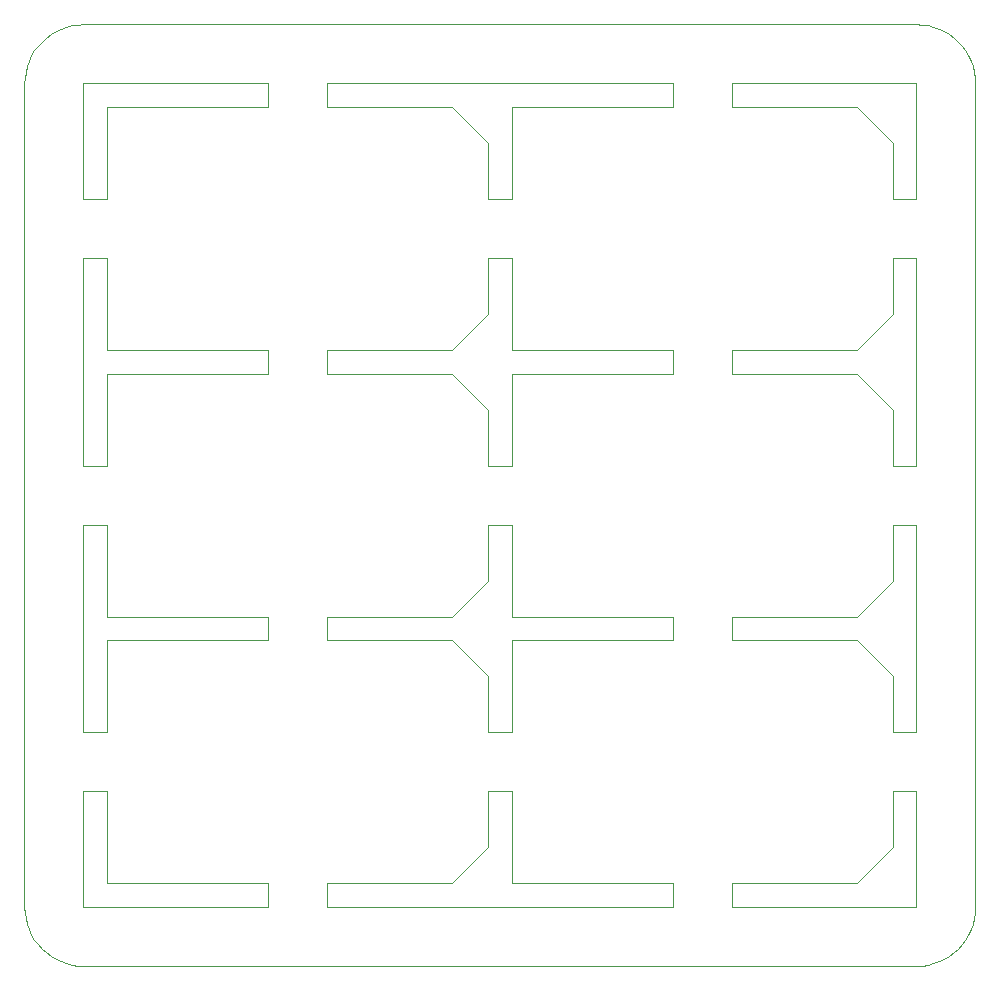
<source format=gbr>
%TF.GenerationSoftware,KiCad,Pcbnew,7.0.9*%
%TF.CreationDate,2024-01-17T02:03:21+09:00*%
%TF.ProjectId,kikit,6b696b69-742e-46b6-9963-61645f706362,rev?*%
%TF.SameCoordinates,Original*%
%TF.FileFunction,Profile,NP*%
%FSLAX46Y46*%
G04 Gerber Fmt 4.6, Leading zero omitted, Abs format (unit mm)*
G04 Created by KiCad (PCBNEW 7.0.9) date 2024-01-17 02:03:21*
%MOMM*%
%LPD*%
G01*
G04 APERTURE LIST*
%TA.AperFunction,Profile*%
%ADD10C,0.100000*%
%TD*%
G04 APERTURE END LIST*
D10*
X128871000Y-72148000D02*
X115242000Y-72148000D01*
X149500000Y-49574000D02*
X149500000Y-57361000D01*
X109706466Y-21464466D02*
X109376947Y-21828033D01*
X113242000Y-57361000D02*
X113242000Y-39787000D01*
X183758000Y-57361000D02*
X181758000Y-57361000D01*
X133871000Y-25000000D02*
X163129000Y-25000000D01*
X128871000Y-92722000D02*
X128871000Y-94722000D01*
X181758000Y-30048000D02*
X178710000Y-27000000D01*
X109084651Y-22222148D02*
X108832393Y-22643016D01*
X128871000Y-71148000D02*
X128871000Y-72148000D01*
X168129000Y-71148000D02*
X168129000Y-70148000D01*
X183758000Y-62361000D02*
X183758000Y-79935000D01*
X115242000Y-57361000D02*
X113242000Y-57361000D01*
X128871000Y-27000000D02*
X128871000Y-27000000D01*
X133871000Y-70148000D02*
X133871000Y-70148000D01*
X115242000Y-62361000D02*
X115242000Y-70148000D01*
X168129000Y-94722000D02*
X168129000Y-92722000D01*
X184248085Y-99697923D02*
X184733451Y-99625926D01*
X113242000Y-34787000D02*
X113242000Y-25000000D01*
X181758000Y-44526000D02*
X181758000Y-39787000D01*
X181758000Y-39787000D02*
X183758000Y-39787000D01*
X168129000Y-49574000D02*
X168129000Y-48574000D01*
X181758000Y-57361000D02*
X181758000Y-52622000D01*
X188377397Y-96635417D02*
X188542701Y-96173423D01*
X115242000Y-70148000D02*
X128871000Y-70148000D01*
X110464148Y-98879348D02*
X110885016Y-99131606D01*
X187293533Y-98257533D02*
X187623052Y-97893966D01*
X178710000Y-27000000D02*
X168129000Y-27000000D01*
X133871000Y-27000000D02*
X133871000Y-25000000D01*
X168129000Y-70148000D02*
X178710000Y-70148000D01*
X144452000Y-49574000D02*
X133871000Y-49574000D01*
X115242000Y-49574000D02*
X115242000Y-57361000D01*
X111790576Y-99506701D02*
X112266548Y-99625926D01*
X108457298Y-23548576D02*
X108338073Y-24024548D01*
X112751914Y-20024076D02*
X112266548Y-20096073D01*
X178710000Y-49574000D02*
X168129000Y-49574000D01*
X133871000Y-47574000D02*
X133871000Y-47574000D01*
X185209423Y-20215298D02*
X184733451Y-20096073D01*
X181758000Y-89674000D02*
X181758000Y-84935000D01*
X181758000Y-84935000D02*
X183758000Y-84935000D01*
X178710000Y-72148000D02*
X168129000Y-72148000D01*
X144452000Y-92722000D02*
X147500000Y-89674000D01*
X188542701Y-96173423D02*
X188661926Y-95697451D01*
X128871000Y-27000000D02*
X115242000Y-27000000D01*
X108242000Y-25000000D02*
X108242000Y-94722000D01*
X112266548Y-99625926D02*
X112751914Y-99697923D01*
X108457298Y-96173423D02*
X108622602Y-96635417D01*
X115242000Y-39787000D02*
X115242000Y-47574000D01*
X188758000Y-94722000D02*
X188758000Y-25000000D01*
X128871000Y-94722000D02*
X113242000Y-94722000D01*
X115242000Y-27000000D02*
X115242000Y-34787000D01*
X183758000Y-94722000D02*
X168129000Y-94722000D01*
X178710000Y-47574000D02*
X181758000Y-44526000D01*
X181758000Y-75196000D02*
X178710000Y-72148000D01*
X183758000Y-20000000D02*
X113242000Y-20000000D01*
X163129000Y-49574000D02*
X149500000Y-49574000D01*
X181758000Y-52622000D02*
X178710000Y-49574000D01*
X187293533Y-21464466D02*
X186929966Y-21134947D01*
X133871000Y-94722000D02*
X133871000Y-92722000D01*
X109376947Y-21828033D02*
X109084651Y-22222148D01*
X188733923Y-24509914D02*
X188661926Y-24024548D01*
X149500000Y-34787000D02*
X148500000Y-34787000D01*
X186535851Y-20842651D02*
X186114983Y-20590393D01*
X188661926Y-24024548D02*
X188661926Y-24024548D01*
X109084651Y-97499851D02*
X109376947Y-97893966D01*
X148500000Y-34787000D02*
X147500000Y-34787000D01*
X147500000Y-34787000D02*
X147500000Y-30048000D01*
X110885016Y-99131606D02*
X111328582Y-99341397D01*
X184733451Y-20096073D02*
X184248085Y-20024076D01*
X163129000Y-92722000D02*
X163129000Y-94722000D01*
X147500000Y-67100000D02*
X147500000Y-62361000D01*
X183758000Y-84935000D02*
X183758000Y-84935000D01*
X128871000Y-25000000D02*
X128871000Y-27000000D01*
X163129000Y-48574000D02*
X163129000Y-49574000D01*
X115242000Y-47574000D02*
X128871000Y-47574000D01*
X112751914Y-99697923D02*
X113242000Y-99722000D01*
X147500000Y-62361000D02*
X148500000Y-62361000D01*
X186929966Y-21134947D02*
X186535851Y-20842651D01*
X188733923Y-95212085D02*
X188758000Y-94722000D01*
X110885016Y-20590393D02*
X110464148Y-20842651D01*
X133871000Y-72148000D02*
X133871000Y-71148000D01*
X108622602Y-23086582D02*
X108457298Y-23548576D01*
X147500000Y-44526000D02*
X147500000Y-39787000D01*
X108242000Y-94722000D02*
X108266076Y-95212085D01*
X163129000Y-94722000D02*
X133871000Y-94722000D01*
X188167606Y-22643016D02*
X187915348Y-22222148D01*
X163129000Y-47574000D02*
X163129000Y-48574000D01*
X147500000Y-39787000D02*
X148500000Y-39787000D01*
X110464148Y-20842651D02*
X110070033Y-21134947D01*
X111328582Y-20380602D02*
X110885016Y-20590393D01*
X110070033Y-21134947D02*
X109706466Y-21464466D01*
X183758000Y-84935000D02*
X183758000Y-94722000D01*
X168129000Y-72148000D02*
X168129000Y-71148000D01*
X149500000Y-72148000D02*
X149500000Y-79935000D01*
X168129000Y-92722000D02*
X178710000Y-92722000D01*
X181758000Y-62361000D02*
X183758000Y-62361000D01*
X178710000Y-70148000D02*
X181758000Y-67100000D01*
X187915348Y-22222148D02*
X187623052Y-21828033D01*
X163129000Y-70148000D02*
X163129000Y-71148000D01*
X128871000Y-48574000D02*
X128871000Y-49574000D01*
X133871000Y-47574000D02*
X144452000Y-47574000D01*
X168129000Y-71148000D02*
X168129000Y-71148000D01*
X115242000Y-84935000D02*
X115242000Y-92722000D01*
X188167606Y-97078983D02*
X188377397Y-96635417D01*
X188377397Y-23086582D02*
X188167606Y-22643016D01*
X108832393Y-97078983D02*
X109084651Y-97499851D01*
X184733451Y-99625926D02*
X185209423Y-99506701D01*
X110070033Y-98587052D02*
X110464148Y-98879348D01*
X163129000Y-25000000D02*
X163129000Y-27000000D01*
X149500000Y-92722000D02*
X163129000Y-92722000D01*
X187623052Y-21828033D02*
X187293533Y-21464466D01*
X147500000Y-89674000D02*
X147500000Y-84935000D01*
X147500000Y-30048000D02*
X144452000Y-27000000D01*
X181758000Y-79935000D02*
X181758000Y-75196000D01*
X147500000Y-75196000D02*
X144452000Y-72148000D01*
X133871000Y-49574000D02*
X133871000Y-48574000D01*
X128871000Y-70148000D02*
X128871000Y-71148000D01*
X183758000Y-99722000D02*
X184248085Y-99697923D01*
X149500000Y-39787000D02*
X149500000Y-47574000D01*
X183758000Y-25000000D02*
X183758000Y-34787000D01*
X109376947Y-97893966D02*
X109706466Y-98257533D01*
X185671417Y-20380602D02*
X185209423Y-20215298D01*
X108622602Y-96635417D02*
X108832393Y-97078983D01*
X148500000Y-79935000D02*
X147500000Y-79935000D01*
X188661926Y-24024548D02*
X188542701Y-23548576D01*
X133871000Y-48574000D02*
X133871000Y-47574000D01*
X133871000Y-70148000D02*
X144452000Y-70148000D01*
X181758000Y-67100000D02*
X181758000Y-62361000D01*
X188661926Y-95697451D02*
X188733923Y-95212085D01*
X163129000Y-72148000D02*
X149500000Y-72148000D01*
X115242000Y-72148000D02*
X115242000Y-79935000D01*
X186114983Y-20590393D02*
X185671417Y-20380602D01*
X168129000Y-48574000D02*
X168129000Y-48574000D01*
X187915348Y-97499851D02*
X188167606Y-97078983D01*
X148500000Y-39787000D02*
X149500000Y-39787000D01*
X148500000Y-62361000D02*
X149500000Y-62361000D01*
X108338073Y-95697451D02*
X108457298Y-96173423D01*
X149500000Y-84935000D02*
X149500000Y-92722000D01*
X163129000Y-27000000D02*
X149500000Y-27000000D01*
X109706466Y-98257533D02*
X110070033Y-98587052D01*
X113242000Y-94722000D02*
X113242000Y-94722000D01*
X113242000Y-94722000D02*
X113242000Y-84935000D01*
X163129000Y-71148000D02*
X163129000Y-72148000D01*
X149500000Y-70148000D02*
X163129000Y-70148000D01*
X128871000Y-49574000D02*
X128871000Y-49574000D01*
X149500000Y-27000000D02*
X149500000Y-34787000D01*
X144452000Y-27000000D02*
X133871000Y-27000000D01*
X168129000Y-27000000D02*
X168129000Y-25000000D01*
X113242000Y-79935000D02*
X113242000Y-62361000D01*
X147500000Y-57361000D02*
X147500000Y-52622000D01*
X111790576Y-20215298D02*
X111328582Y-20380602D01*
X113242000Y-25000000D02*
X128871000Y-25000000D01*
X149500000Y-62361000D02*
X149500000Y-70148000D01*
X186114983Y-99131606D02*
X186535851Y-98879348D01*
X147500000Y-79935000D02*
X147500000Y-75196000D01*
X183758000Y-34787000D02*
X181758000Y-34787000D01*
X149500000Y-57361000D02*
X148500000Y-57361000D01*
X111328582Y-99341397D02*
X111790576Y-99506701D01*
X128871000Y-47574000D02*
X128871000Y-48574000D01*
X184248085Y-20024076D02*
X183758000Y-20000000D01*
X144452000Y-47574000D02*
X147500000Y-44526000D01*
X186535851Y-98879348D02*
X186929966Y-98587052D01*
X149500000Y-79935000D02*
X148500000Y-79935000D01*
X133871000Y-71148000D02*
X133871000Y-70148000D01*
X148500000Y-84935000D02*
X148500000Y-84935000D01*
X185209423Y-99506701D02*
X185671417Y-99341397D01*
X181758000Y-34787000D02*
X181758000Y-30048000D01*
X128871000Y-72148000D02*
X128871000Y-72148000D01*
X112266548Y-20096073D02*
X111790576Y-20215298D01*
X144452000Y-70148000D02*
X147500000Y-67100000D01*
X115242000Y-34787000D02*
X113242000Y-34787000D01*
X128871000Y-49574000D02*
X115242000Y-49574000D01*
X144452000Y-72148000D02*
X133871000Y-72148000D01*
X168129000Y-48574000D02*
X168129000Y-47574000D01*
X187623052Y-97893966D02*
X187915348Y-97499851D01*
X178710000Y-92722000D02*
X181758000Y-89674000D01*
X113242000Y-99722000D02*
X183758000Y-99722000D01*
X183758000Y-79935000D02*
X181758000Y-79935000D01*
X147500000Y-34787000D02*
X147500000Y-34787000D01*
X183758000Y-39787000D02*
X183758000Y-57361000D01*
X168129000Y-25000000D02*
X168129000Y-25000000D01*
X115242000Y-79935000D02*
X113242000Y-79935000D01*
X108832393Y-22643016D02*
X108622602Y-23086582D01*
X108266076Y-95212085D02*
X108338073Y-95697451D01*
X186929966Y-98587052D02*
X187293533Y-98257533D01*
X147500000Y-84935000D02*
X148500000Y-84935000D01*
X148500000Y-57361000D02*
X147500000Y-57361000D01*
X113242000Y-62361000D02*
X115242000Y-62361000D01*
X148500000Y-84935000D02*
X149500000Y-84935000D01*
X149500000Y-47574000D02*
X163129000Y-47574000D01*
X147500000Y-52622000D02*
X144452000Y-49574000D01*
X133871000Y-92722000D02*
X144452000Y-92722000D01*
X168129000Y-47574000D02*
X178710000Y-47574000D01*
X188542701Y-23548576D02*
X188377397Y-23086582D01*
X108266076Y-24509914D02*
X108242000Y-25000000D01*
X113242000Y-39787000D02*
X115242000Y-39787000D01*
X113242000Y-20000000D02*
X112751914Y-20024076D01*
X108338073Y-24024548D02*
X108266076Y-24509914D01*
X188758000Y-25000000D02*
X188733923Y-24509914D01*
X185671417Y-99341397D02*
X186114983Y-99131606D01*
X115242000Y-92722000D02*
X128871000Y-92722000D01*
X168129000Y-25000000D02*
X183758000Y-25000000D01*
X113242000Y-84935000D02*
X115242000Y-84935000D01*
M02*

</source>
